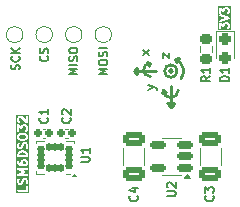
<source format=gbr>
%TF.GenerationSoftware,KiCad,Pcbnew,9.0.0*%
%TF.CreationDate,2025-05-22T16:18:29+04:00*%
%TF.ProjectId,02_01_sensor_IMU,30325f30-315f-4736-956e-736f725f494d,rev?*%
%TF.SameCoordinates,Original*%
%TF.FileFunction,Legend,Top*%
%TF.FilePolarity,Positive*%
%FSLAX46Y46*%
G04 Gerber Fmt 4.6, Leading zero omitted, Abs format (unit mm)*
G04 Created by KiCad (PCBNEW 9.0.0) date 2025-05-22 16:18:29*
%MOMM*%
%LPD*%
G01*
G04 APERTURE LIST*
G04 Aperture macros list*
%AMRoundRect*
0 Rectangle with rounded corners*
0 $1 Rounding radius*
0 $2 $3 $4 $5 $6 $7 $8 $9 X,Y pos of 4 corners*
0 Add a 4 corners polygon primitive as box body*
4,1,4,$2,$3,$4,$5,$6,$7,$8,$9,$2,$3,0*
0 Add four circle primitives for the rounded corners*
1,1,$1+$1,$2,$3*
1,1,$1+$1,$4,$5*
1,1,$1+$1,$6,$7*
1,1,$1+$1,$8,$9*
0 Add four rect primitives between the rounded corners*
20,1,$1+$1,$2,$3,$4,$5,0*
20,1,$1+$1,$4,$5,$6,$7,0*
20,1,$1+$1,$6,$7,$8,$9,0*
20,1,$1+$1,$8,$9,$2,$3,0*%
G04 Aperture macros list end*
%ADD10C,0.254000*%
%ADD11C,0.175000*%
%ADD12C,0.190500*%
%ADD13C,0.150000*%
%ADD14C,0.120000*%
%ADD15C,0.000000*%
%ADD16RoundRect,0.101600X0.175000X0.725000X-0.175000X0.725000X-0.175000X-0.725000X0.175000X-0.725000X0*%
%ADD17C,0.657200*%
%ADD18C,1.100000*%
%ADD19RoundRect,0.271739X0.678261X-0.353261X0.678261X0.353261X-0.678261X0.353261X-0.678261X-0.353261X0*%
%ADD20RoundRect,0.225000X-0.300000X0.225000X-0.300000X-0.225000X0.300000X-0.225000X0.300000X0.225000X0*%
%ADD21RoundRect,0.165000X0.165000X0.195000X-0.165000X0.195000X-0.165000X-0.195000X0.165000X-0.195000X0*%
%ADD22RoundRect,0.165000X-0.165000X-0.195000X0.165000X-0.195000X0.165000X0.195000X-0.165000X0.195000X0*%
%ADD23RoundRect,0.243750X-0.281250X0.243750X-0.281250X-0.243750X0.281250X-0.243750X0.281250X0.243750X0*%
%ADD24RoundRect,0.112500X0.250000X0.112500X-0.250000X0.112500X-0.250000X-0.112500X0.250000X-0.112500X0*%
%ADD25RoundRect,0.112500X0.112500X0.250000X-0.112500X0.250000X-0.112500X-0.250000X0.112500X-0.250000X0*%
%ADD26RoundRect,0.175000X0.537500X0.175000X-0.537500X0.175000X-0.537500X-0.175000X0.537500X-0.175000X0*%
G04 APERTURE END LIST*
D10*
X153851288Y-99501145D02*
G75*
G02*
X152581288Y-99501145I-635000J0D01*
G01*
X150082563Y-97840620D02*
X150336563Y-97586620D01*
X152809888Y-99628145D02*
X152454288Y-99755145D01*
X151479563Y-97205620D02*
X151352563Y-97459620D01*
X152581288Y-99501145D02*
X152809888Y-99628145D01*
X150082563Y-97840620D02*
X150336563Y-98094620D01*
X153346463Y-97888245D02*
G75*
G02*
X153092463Y-97888245I-127000J0D01*
G01*
X153092463Y-97888245D02*
G75*
G02*
X153346463Y-97888245I127000J0D01*
G01*
X153543313Y-96843670D02*
X153876688Y-96796045D01*
X151479563Y-98348620D02*
G75*
G02*
X151479563Y-97205580I37J571520D01*
G01*
X151479563Y-97205620D02*
X151225563Y-97078620D01*
X153673488Y-96923045D02*
G75*
G02*
X154079889Y-98535946I-473488J-976955D01*
G01*
X153543313Y-96843670D02*
X153670313Y-97151645D01*
X153216288Y-100898145D02*
X152962288Y-100644145D01*
X153216288Y-100898145D02*
X153470288Y-100644145D01*
X153752863Y-97888245D02*
G75*
G02*
X152686063Y-97888245I-533400J0D01*
G01*
X152686063Y-97888245D02*
G75*
G02*
X153752863Y-97888245I533400J0D01*
G01*
X153670313Y-97151645D02*
X153876688Y-96796045D01*
X153216288Y-100898145D02*
X153216288Y-99120145D01*
X150336563Y-97586620D02*
X150336563Y-98094620D01*
X151225563Y-97078620D02*
X151352563Y-97459620D01*
X153495688Y-100618745D02*
X152936888Y-100618745D01*
X152581288Y-99501145D02*
X152454288Y-99755145D01*
X150082563Y-97840620D02*
X151987563Y-97840620D01*
D11*
X158137864Y-98753571D02*
X157387864Y-98753571D01*
X157387864Y-98753571D02*
X157387864Y-98575000D01*
X157387864Y-98575000D02*
X157423578Y-98467857D01*
X157423578Y-98467857D02*
X157495007Y-98396428D01*
X157495007Y-98396428D02*
X157566435Y-98360714D01*
X157566435Y-98360714D02*
X157709292Y-98325000D01*
X157709292Y-98325000D02*
X157816435Y-98325000D01*
X157816435Y-98325000D02*
X157959292Y-98360714D01*
X157959292Y-98360714D02*
X158030721Y-98396428D01*
X158030721Y-98396428D02*
X158102150Y-98467857D01*
X158102150Y-98467857D02*
X158137864Y-98575000D01*
X158137864Y-98575000D02*
X158137864Y-98753571D01*
X158137864Y-97610714D02*
X158137864Y-98039285D01*
X158137864Y-97825000D02*
X157387864Y-97825000D01*
X157387864Y-97825000D02*
X157495007Y-97896428D01*
X157495007Y-97896428D02*
X157566435Y-97967857D01*
X157566435Y-97967857D02*
X157602150Y-98039285D01*
D12*
X151258855Y-99460386D02*
X151792189Y-99269910D01*
X151258855Y-99079433D02*
X151792189Y-99269910D01*
X151792189Y-99269910D02*
X151982665Y-99346100D01*
X151982665Y-99346100D02*
X152020760Y-99384195D01*
X152020760Y-99384195D02*
X152058855Y-99460386D01*
D11*
G36*
X140914602Y-105543339D02*
G01*
X140930239Y-105558976D01*
X140950364Y-105599226D01*
X140950364Y-105700771D01*
X140930237Y-105741025D01*
X140914602Y-105756659D01*
X140874352Y-105776785D01*
X140737090Y-105776785D01*
X140696839Y-105756659D01*
X140681204Y-105741025D01*
X140661078Y-105700771D01*
X140661078Y-105599226D01*
X140681203Y-105558976D01*
X140696840Y-105543339D01*
X140737090Y-105523214D01*
X140874352Y-105523214D01*
X140914602Y-105543339D01*
G37*
G36*
X140828751Y-104803986D02*
G01*
X140878890Y-104829055D01*
X140925671Y-104875836D01*
X140950364Y-104949913D01*
X140950364Y-105026785D01*
X140375364Y-105026785D01*
X140375364Y-104949913D01*
X140400055Y-104875837D01*
X140446840Y-104829053D01*
X140496971Y-104803987D01*
X140620062Y-104773214D01*
X140705661Y-104773214D01*
X140828751Y-104803986D01*
G37*
G36*
X140885986Y-103300436D02*
G01*
X140930236Y-103344686D01*
X140950364Y-103384941D01*
X140950364Y-103486485D01*
X140930236Y-103526740D01*
X140885988Y-103570988D01*
X140777090Y-103598213D01*
X140548634Y-103598213D01*
X140439739Y-103570988D01*
X140395492Y-103526741D01*
X140375364Y-103486485D01*
X140375364Y-103384941D01*
X140395492Y-103344685D01*
X140439740Y-103300436D01*
X140548634Y-103273213D01*
X140777094Y-103273213D01*
X140885986Y-103300436D01*
G37*
G36*
X141212864Y-108182143D02*
G01*
X140112864Y-108182143D01*
X140112864Y-107990073D01*
X140202045Y-107990073D01*
X140202045Y-108024213D01*
X140215110Y-108055755D01*
X140239252Y-108079897D01*
X140270794Y-108092962D01*
X140287864Y-108094643D01*
X141037864Y-108094643D01*
X141054934Y-108092962D01*
X141086476Y-108079897D01*
X141110618Y-108055755D01*
X141123683Y-108024213D01*
X141125364Y-108007143D01*
X141125364Y-107650000D01*
X141123683Y-107632930D01*
X141110618Y-107601388D01*
X141086476Y-107577246D01*
X141054934Y-107564181D01*
X141020794Y-107564181D01*
X140989252Y-107577246D01*
X140965110Y-107601388D01*
X140952045Y-107632930D01*
X140950364Y-107650000D01*
X140950364Y-107919643D01*
X140287864Y-107919643D01*
X140270794Y-107921324D01*
X140239252Y-107934389D01*
X140215110Y-107958531D01*
X140202045Y-107990073D01*
X140112864Y-107990073D01*
X140112864Y-107114286D01*
X140200364Y-107114286D01*
X140200364Y-107292857D01*
X140202045Y-107309927D01*
X140203248Y-107312831D01*
X140203471Y-107315968D01*
X140209601Y-107331988D01*
X140245315Y-107403417D01*
X140249938Y-107410762D01*
X140250824Y-107412899D01*
X140252798Y-107415304D01*
X140254453Y-107417933D01*
X140256196Y-107419445D01*
X140261706Y-107426158D01*
X140297420Y-107461872D01*
X140304130Y-107467379D01*
X140305645Y-107469125D01*
X140308277Y-107470782D01*
X140310679Y-107472753D01*
X140312811Y-107473636D01*
X140320161Y-107478263D01*
X140391590Y-107513977D01*
X140407610Y-107520107D01*
X140410746Y-107520329D01*
X140413651Y-107521533D01*
X140430721Y-107523214D01*
X140502150Y-107523214D01*
X140519220Y-107521533D01*
X140522124Y-107520329D01*
X140525262Y-107520107D01*
X140541281Y-107513976D01*
X140612709Y-107478262D01*
X140620052Y-107473639D01*
X140622191Y-107472754D01*
X140624597Y-107470778D01*
X140627225Y-107469125D01*
X140628737Y-107467381D01*
X140635450Y-107461872D01*
X140671164Y-107426158D01*
X140676668Y-107419450D01*
X140678417Y-107417934D01*
X140680076Y-107415298D01*
X140682045Y-107412899D01*
X140682928Y-107410767D01*
X140687554Y-107403418D01*
X140723269Y-107331989D01*
X140723747Y-107330739D01*
X140724124Y-107330231D01*
X140726685Y-107323062D01*
X140729400Y-107315969D01*
X140729444Y-107315339D01*
X140729895Y-107314079D01*
X140763280Y-107180536D01*
X140788346Y-107130405D01*
X140803983Y-107114768D01*
X140844233Y-107094643D01*
X140874352Y-107094643D01*
X140914602Y-107114768D01*
X140930239Y-107130405D01*
X140950364Y-107170655D01*
X140950364Y-107314372D01*
X140919140Y-107408044D01*
X140915337Y-107424770D01*
X140917757Y-107458825D01*
X140933026Y-107489362D01*
X140958818Y-107511731D01*
X140991206Y-107522527D01*
X141025261Y-107520107D01*
X141055798Y-107504838D01*
X141078167Y-107479046D01*
X141085160Y-107463384D01*
X141120874Y-107356242D01*
X141122798Y-107347776D01*
X141123683Y-107345642D01*
X141123987Y-107342547D01*
X141124677Y-107339516D01*
X141124513Y-107337211D01*
X141125364Y-107328572D01*
X141125364Y-107150000D01*
X141123683Y-107132930D01*
X141122479Y-107130025D01*
X141122257Y-107126889D01*
X141116126Y-107110869D01*
X141080412Y-107039441D01*
X141075789Y-107032097D01*
X141074904Y-107029959D01*
X141072928Y-107027552D01*
X141071275Y-107024925D01*
X141069531Y-107023412D01*
X141064022Y-107016700D01*
X141028307Y-106980985D01*
X141021594Y-106975475D01*
X141020082Y-106973732D01*
X141017454Y-106972078D01*
X141015048Y-106970103D01*
X141012909Y-106969217D01*
X141005566Y-106964595D01*
X140934138Y-106928881D01*
X140918119Y-106922750D01*
X140914981Y-106922527D01*
X140912077Y-106921324D01*
X140895007Y-106919643D01*
X140823578Y-106919643D01*
X140806508Y-106921324D01*
X140803603Y-106922527D01*
X140800467Y-106922750D01*
X140784447Y-106928881D01*
X140713019Y-106964595D01*
X140705675Y-106969217D01*
X140703537Y-106970103D01*
X140701130Y-106972078D01*
X140698503Y-106973732D01*
X140696990Y-106975475D01*
X140690278Y-106980985D01*
X140654563Y-107016700D01*
X140649053Y-107023412D01*
X140647310Y-107024925D01*
X140645656Y-107027552D01*
X140643681Y-107029959D01*
X140642795Y-107032097D01*
X140638173Y-107039441D01*
X140602459Y-107110869D01*
X140601982Y-107112114D01*
X140601604Y-107112625D01*
X140599043Y-107119791D01*
X140596328Y-107126888D01*
X140596283Y-107127520D01*
X140595834Y-107128778D01*
X140562447Y-107262320D01*
X140537380Y-107312453D01*
X140521745Y-107328089D01*
X140481495Y-107348214D01*
X140451378Y-107348214D01*
X140411122Y-107328086D01*
X140395491Y-107312455D01*
X140375364Y-107272200D01*
X140375364Y-107128485D01*
X140406588Y-107034812D01*
X140410391Y-107018087D01*
X140407971Y-106984032D01*
X140392702Y-106953494D01*
X140366910Y-106931125D01*
X140334522Y-106920329D01*
X140300467Y-106922750D01*
X140269930Y-106938018D01*
X140247561Y-106963810D01*
X140240568Y-106979473D01*
X140204854Y-107086616D01*
X140202929Y-107095081D01*
X140202045Y-107097216D01*
X140201740Y-107100310D01*
X140201051Y-107103342D01*
X140201214Y-107105646D01*
X140200364Y-107114286D01*
X140112864Y-107114286D01*
X140112864Y-106198999D01*
X140201378Y-106198999D01*
X140202045Y-106200833D01*
X140202045Y-106202784D01*
X140207856Y-106216814D01*
X140213046Y-106231085D01*
X140214363Y-106232523D01*
X140215110Y-106234326D01*
X140225847Y-106245063D01*
X140236104Y-106256263D01*
X140238417Y-106257633D01*
X140239252Y-106258468D01*
X140241162Y-106259259D01*
X140250862Y-106265005D01*
X140616666Y-106435714D01*
X140250862Y-106606423D01*
X140241162Y-106612168D01*
X140239252Y-106612960D01*
X140238417Y-106613794D01*
X140236104Y-106615165D01*
X140225847Y-106626364D01*
X140215110Y-106637102D01*
X140214363Y-106638904D01*
X140213046Y-106640343D01*
X140207856Y-106654613D01*
X140202045Y-106668644D01*
X140202045Y-106670594D01*
X140201378Y-106672429D01*
X140202045Y-106687595D01*
X140202045Y-106702784D01*
X140202792Y-106704588D01*
X140202878Y-106706537D01*
X140209297Y-106720293D01*
X140215110Y-106734326D01*
X140216489Y-106735705D01*
X140217315Y-106737474D01*
X140228514Y-106747730D01*
X140239252Y-106758468D01*
X140241054Y-106759214D01*
X140242493Y-106760532D01*
X140256763Y-106765721D01*
X140270794Y-106771533D01*
X140273469Y-106771796D01*
X140274579Y-106772200D01*
X140276644Y-106772109D01*
X140287864Y-106773214D01*
X141037864Y-106773214D01*
X141054934Y-106771533D01*
X141086476Y-106758468D01*
X141110618Y-106734326D01*
X141123683Y-106702784D01*
X141123683Y-106668644D01*
X141110618Y-106637102D01*
X141086476Y-106612960D01*
X141054934Y-106599895D01*
X141037864Y-106598214D01*
X140682275Y-106598214D01*
X140860580Y-106515005D01*
X140866830Y-106511302D01*
X140868949Y-106510532D01*
X140870446Y-106509160D01*
X140875338Y-106506263D01*
X140884319Y-106496455D01*
X140894127Y-106487474D01*
X140895770Y-106483951D01*
X140898396Y-106481085D01*
X140902939Y-106468589D01*
X140908564Y-106456537D01*
X140908734Y-106452651D01*
X140910063Y-106448999D01*
X140909479Y-106435714D01*
X140910063Y-106422429D01*
X140908734Y-106418776D01*
X140908564Y-106414891D01*
X140902939Y-106402838D01*
X140898396Y-106390343D01*
X140895770Y-106387476D01*
X140894127Y-106383954D01*
X140884319Y-106374972D01*
X140875338Y-106365165D01*
X140870446Y-106362267D01*
X140868949Y-106360896D01*
X140866830Y-106360125D01*
X140860580Y-106356423D01*
X140682275Y-106273214D01*
X141037864Y-106273214D01*
X141054934Y-106271533D01*
X141086476Y-106258468D01*
X141110618Y-106234326D01*
X141123683Y-106202784D01*
X141123683Y-106168644D01*
X141110618Y-106137102D01*
X141086476Y-106112960D01*
X141054934Y-106099895D01*
X141037864Y-106098214D01*
X140287864Y-106098214D01*
X140276644Y-106099318D01*
X140274579Y-106099228D01*
X140273469Y-106099631D01*
X140270794Y-106099895D01*
X140256763Y-106105706D01*
X140242493Y-106110896D01*
X140241054Y-106112213D01*
X140239252Y-106112960D01*
X140228514Y-106123697D01*
X140217315Y-106133954D01*
X140216489Y-106135722D01*
X140215110Y-106137102D01*
X140209297Y-106151134D01*
X140202878Y-106164891D01*
X140202792Y-106166839D01*
X140202045Y-106168644D01*
X140202045Y-106183832D01*
X140201378Y-106198999D01*
X140112864Y-106198999D01*
X140112864Y-105507143D01*
X140200364Y-105507143D01*
X140200364Y-105650000D01*
X140202045Y-105667070D01*
X140203248Y-105669974D01*
X140203471Y-105673112D01*
X140209602Y-105689131D01*
X140245316Y-105760559D01*
X140249939Y-105767903D01*
X140250824Y-105770040D01*
X140252797Y-105772444D01*
X140254453Y-105775075D01*
X140256198Y-105776588D01*
X140261705Y-105783299D01*
X140297419Y-105819014D01*
X140297467Y-105819053D01*
X140297485Y-105819080D01*
X140303880Y-105824317D01*
X140310678Y-105829896D01*
X140310707Y-105829908D01*
X140310756Y-105829948D01*
X140417899Y-105901375D01*
X140427321Y-105906398D01*
X140429061Y-105907688D01*
X140431115Y-105908422D01*
X140433034Y-105909445D01*
X140435150Y-105909863D01*
X140445213Y-105913459D01*
X140588071Y-105949173D01*
X140591031Y-105949610D01*
X140592222Y-105950104D01*
X140598644Y-105950736D01*
X140605039Y-105951682D01*
X140606316Y-105951491D01*
X140609292Y-105951785D01*
X140895007Y-105951785D01*
X140912077Y-105950104D01*
X140914981Y-105948900D01*
X140918119Y-105948678D01*
X140934138Y-105942547D01*
X141005566Y-105906833D01*
X141012910Y-105902209D01*
X141015047Y-105901325D01*
X141017451Y-105899351D01*
X141020082Y-105897696D01*
X141021595Y-105895950D01*
X141028306Y-105890444D01*
X141064021Y-105854730D01*
X141069530Y-105848017D01*
X141071275Y-105846504D01*
X141072930Y-105843874D01*
X141074903Y-105841471D01*
X141075787Y-105839335D01*
X141080413Y-105831988D01*
X141116127Y-105760559D01*
X141122257Y-105744539D01*
X141122479Y-105741402D01*
X141123683Y-105738498D01*
X141125364Y-105721428D01*
X141125364Y-105578571D01*
X141123683Y-105561501D01*
X141122479Y-105558596D01*
X141122257Y-105555460D01*
X141116126Y-105539440D01*
X141080412Y-105468012D01*
X141075789Y-105460668D01*
X141074904Y-105458530D01*
X141072928Y-105456123D01*
X141071275Y-105453496D01*
X141069531Y-105451983D01*
X141064022Y-105445271D01*
X141028307Y-105409556D01*
X141021594Y-105404046D01*
X141020082Y-105402303D01*
X141017454Y-105400649D01*
X141015048Y-105398674D01*
X141012909Y-105397788D01*
X141005566Y-105393166D01*
X140934138Y-105357452D01*
X140918119Y-105351321D01*
X140914981Y-105351098D01*
X140912077Y-105349895D01*
X140895007Y-105348214D01*
X140716435Y-105348214D01*
X140699365Y-105349895D01*
X140696460Y-105351098D01*
X140693324Y-105351321D01*
X140677304Y-105357452D01*
X140605876Y-105393166D01*
X140598532Y-105397788D01*
X140596394Y-105398674D01*
X140593987Y-105400649D01*
X140591360Y-105402303D01*
X140589847Y-105404046D01*
X140583135Y-105409556D01*
X140547420Y-105445271D01*
X140541910Y-105451983D01*
X140540167Y-105453496D01*
X140538513Y-105456123D01*
X140536538Y-105458530D01*
X140535652Y-105460668D01*
X140531030Y-105468012D01*
X140495316Y-105539440D01*
X140489185Y-105555459D01*
X140488962Y-105558596D01*
X140487759Y-105561501D01*
X140486078Y-105578571D01*
X140486078Y-105721428D01*
X140487666Y-105737563D01*
X140415037Y-105689144D01*
X140395489Y-105669595D01*
X140375364Y-105629345D01*
X140375364Y-105507143D01*
X140373683Y-105490073D01*
X140360618Y-105458531D01*
X140336476Y-105434389D01*
X140304934Y-105421324D01*
X140270794Y-105421324D01*
X140239252Y-105434389D01*
X140215110Y-105458531D01*
X140202045Y-105490073D01*
X140200364Y-105507143D01*
X140112864Y-105507143D01*
X140112864Y-104935714D01*
X140200364Y-104935714D01*
X140200364Y-105114285D01*
X140202045Y-105131355D01*
X140215110Y-105162897D01*
X140239252Y-105187039D01*
X140270794Y-105200104D01*
X140287864Y-105201785D01*
X141037864Y-105201785D01*
X141054934Y-105200104D01*
X141086476Y-105187039D01*
X141110618Y-105162897D01*
X141123683Y-105131355D01*
X141125364Y-105114285D01*
X141125364Y-104935714D01*
X141124513Y-104927074D01*
X141124677Y-104924770D01*
X141123987Y-104921738D01*
X141123683Y-104918644D01*
X141122798Y-104916508D01*
X141120874Y-104908045D01*
X141085160Y-104800901D01*
X141078167Y-104785239D01*
X141076108Y-104782865D01*
X141074904Y-104779958D01*
X141064022Y-104766699D01*
X140992593Y-104695270D01*
X140985880Y-104689760D01*
X140984368Y-104688017D01*
X140981739Y-104686362D01*
X140979334Y-104684388D01*
X140977197Y-104683502D01*
X140969852Y-104678879D01*
X140898423Y-104643165D01*
X140897175Y-104642687D01*
X140896667Y-104642311D01*
X140889509Y-104639754D01*
X140882403Y-104637035D01*
X140881771Y-104636990D01*
X140880514Y-104636541D01*
X140737657Y-104600826D01*
X140734695Y-104600388D01*
X140733505Y-104599895D01*
X140727085Y-104599262D01*
X140720689Y-104598317D01*
X140719411Y-104598507D01*
X140716435Y-104598214D01*
X140609292Y-104598214D01*
X140606316Y-104598507D01*
X140605039Y-104598317D01*
X140598644Y-104599262D01*
X140592222Y-104599895D01*
X140591031Y-104600388D01*
X140588071Y-104600826D01*
X140445213Y-104636540D01*
X140443952Y-104636990D01*
X140443324Y-104637035D01*
X140436244Y-104639744D01*
X140429061Y-104642311D01*
X140428551Y-104642688D01*
X140427304Y-104643166D01*
X140355876Y-104678880D01*
X140348532Y-104683502D01*
X140346394Y-104684388D01*
X140343987Y-104686363D01*
X140341360Y-104688017D01*
X140339847Y-104689760D01*
X140333135Y-104695270D01*
X140261706Y-104766699D01*
X140250824Y-104779958D01*
X140249620Y-104782863D01*
X140247561Y-104785238D01*
X140240568Y-104800901D01*
X140204854Y-104908044D01*
X140202929Y-104916509D01*
X140202045Y-104918644D01*
X140201740Y-104921738D01*
X140201051Y-104924770D01*
X140201214Y-104927074D01*
X140200364Y-104935714D01*
X140112864Y-104935714D01*
X140112864Y-104078571D01*
X140200364Y-104078571D01*
X140200364Y-104257142D01*
X140202045Y-104274212D01*
X140203248Y-104277116D01*
X140203471Y-104280253D01*
X140209601Y-104296273D01*
X140245315Y-104367702D01*
X140249938Y-104375047D01*
X140250824Y-104377184D01*
X140252798Y-104379589D01*
X140254453Y-104382218D01*
X140256196Y-104383730D01*
X140261706Y-104390443D01*
X140297420Y-104426157D01*
X140304130Y-104431664D01*
X140305645Y-104433410D01*
X140308277Y-104435067D01*
X140310679Y-104437038D01*
X140312811Y-104437921D01*
X140320161Y-104442548D01*
X140391590Y-104478262D01*
X140407610Y-104484392D01*
X140410746Y-104484614D01*
X140413651Y-104485818D01*
X140430721Y-104487499D01*
X140502150Y-104487499D01*
X140519220Y-104485818D01*
X140522124Y-104484614D01*
X140525262Y-104484392D01*
X140541281Y-104478261D01*
X140612709Y-104442547D01*
X140620052Y-104437924D01*
X140622191Y-104437039D01*
X140624597Y-104435063D01*
X140627225Y-104433410D01*
X140628737Y-104431666D01*
X140635450Y-104426157D01*
X140671164Y-104390443D01*
X140676668Y-104383735D01*
X140678417Y-104382219D01*
X140680076Y-104379583D01*
X140682045Y-104377184D01*
X140682928Y-104375052D01*
X140687554Y-104367703D01*
X140723269Y-104296274D01*
X140723747Y-104295024D01*
X140724124Y-104294516D01*
X140726685Y-104287347D01*
X140729400Y-104280254D01*
X140729444Y-104279624D01*
X140729895Y-104278364D01*
X140763280Y-104144821D01*
X140788346Y-104094690D01*
X140803983Y-104079053D01*
X140844233Y-104058928D01*
X140874352Y-104058928D01*
X140914602Y-104079053D01*
X140930239Y-104094690D01*
X140950364Y-104134940D01*
X140950364Y-104278657D01*
X140919140Y-104372329D01*
X140915337Y-104389055D01*
X140917757Y-104423110D01*
X140933026Y-104453647D01*
X140958818Y-104476016D01*
X140991206Y-104486812D01*
X141025261Y-104484392D01*
X141055798Y-104469123D01*
X141078167Y-104443331D01*
X141085160Y-104427669D01*
X141120874Y-104320527D01*
X141122798Y-104312061D01*
X141123683Y-104309927D01*
X141123987Y-104306832D01*
X141124677Y-104303801D01*
X141124513Y-104301496D01*
X141125364Y-104292857D01*
X141125364Y-104114285D01*
X141123683Y-104097215D01*
X141122479Y-104094310D01*
X141122257Y-104091174D01*
X141116126Y-104075154D01*
X141080412Y-104003726D01*
X141075789Y-103996382D01*
X141074904Y-103994244D01*
X141072928Y-103991837D01*
X141071275Y-103989210D01*
X141069531Y-103987697D01*
X141064022Y-103980985D01*
X141028307Y-103945270D01*
X141021594Y-103939760D01*
X141020082Y-103938017D01*
X141017454Y-103936363D01*
X141015048Y-103934388D01*
X141012909Y-103933502D01*
X141005566Y-103928880D01*
X140934138Y-103893166D01*
X140918119Y-103887035D01*
X140914981Y-103886812D01*
X140912077Y-103885609D01*
X140895007Y-103883928D01*
X140823578Y-103883928D01*
X140806508Y-103885609D01*
X140803603Y-103886812D01*
X140800467Y-103887035D01*
X140784447Y-103893166D01*
X140713019Y-103928880D01*
X140705675Y-103933502D01*
X140703537Y-103934388D01*
X140701130Y-103936363D01*
X140698503Y-103938017D01*
X140696990Y-103939760D01*
X140690278Y-103945270D01*
X140654563Y-103980985D01*
X140649053Y-103987697D01*
X140647310Y-103989210D01*
X140645656Y-103991837D01*
X140643681Y-103994244D01*
X140642795Y-103996382D01*
X140638173Y-104003726D01*
X140602459Y-104075154D01*
X140601982Y-104076399D01*
X140601604Y-104076910D01*
X140599043Y-104084076D01*
X140596328Y-104091173D01*
X140596283Y-104091805D01*
X140595834Y-104093063D01*
X140562447Y-104226605D01*
X140537380Y-104276738D01*
X140521745Y-104292374D01*
X140481495Y-104312499D01*
X140451378Y-104312499D01*
X140411122Y-104292371D01*
X140395491Y-104276740D01*
X140375364Y-104236485D01*
X140375364Y-104092770D01*
X140406588Y-103999097D01*
X140410391Y-103982372D01*
X140407971Y-103948317D01*
X140392702Y-103917779D01*
X140366910Y-103895410D01*
X140334522Y-103884614D01*
X140300467Y-103887035D01*
X140269930Y-103902303D01*
X140247561Y-103928095D01*
X140240568Y-103943758D01*
X140204854Y-104050901D01*
X140202929Y-104059366D01*
X140202045Y-104061501D01*
X140201740Y-104064595D01*
X140201051Y-104067627D01*
X140201214Y-104069931D01*
X140200364Y-104078571D01*
X140112864Y-104078571D01*
X140112864Y-103364285D01*
X140200364Y-103364285D01*
X140200364Y-103507142D01*
X140202045Y-103524212D01*
X140203248Y-103527116D01*
X140203471Y-103530253D01*
X140209601Y-103546273D01*
X140245315Y-103617702D01*
X140249941Y-103625051D01*
X140250825Y-103627184D01*
X140252795Y-103629584D01*
X140254453Y-103632218D01*
X140256200Y-103633733D01*
X140261707Y-103640443D01*
X140333135Y-103711871D01*
X140346395Y-103722753D01*
X140352404Y-103725242D01*
X140357633Y-103729116D01*
X140373785Y-103734887D01*
X140516643Y-103770601D01*
X140519603Y-103771038D01*
X140520794Y-103771532D01*
X140527216Y-103772164D01*
X140533611Y-103773110D01*
X140534888Y-103772919D01*
X140537864Y-103773213D01*
X140787864Y-103773213D01*
X140790840Y-103772919D01*
X140792118Y-103773110D01*
X140798514Y-103772164D01*
X140804934Y-103771532D01*
X140806124Y-103771038D01*
X140809086Y-103770601D01*
X140951943Y-103734886D01*
X140968096Y-103729116D01*
X140973325Y-103725241D01*
X140979333Y-103722753D01*
X140992592Y-103711871D01*
X141064021Y-103640443D01*
X141069529Y-103633732D01*
X141071275Y-103632218D01*
X141072930Y-103629588D01*
X141074903Y-103627185D01*
X141075787Y-103625050D01*
X141080413Y-103617702D01*
X141116127Y-103546273D01*
X141122257Y-103530253D01*
X141122479Y-103527116D01*
X141123683Y-103524212D01*
X141125364Y-103507142D01*
X141125364Y-103364285D01*
X141123683Y-103347215D01*
X141122479Y-103344310D01*
X141122257Y-103341174D01*
X141116127Y-103325154D01*
X141080413Y-103253725D01*
X141075787Y-103246376D01*
X141074903Y-103244242D01*
X141072930Y-103241838D01*
X141071275Y-103239209D01*
X141069529Y-103237694D01*
X141064021Y-103230984D01*
X140992592Y-103159556D01*
X140979333Y-103148674D01*
X140973321Y-103146184D01*
X140968096Y-103142312D01*
X140951943Y-103136541D01*
X140809086Y-103100826D01*
X140806127Y-103100388D01*
X140804934Y-103099894D01*
X140798506Y-103099261D01*
X140792118Y-103098316D01*
X140790840Y-103098506D01*
X140787864Y-103098213D01*
X140537864Y-103098213D01*
X140534887Y-103098506D01*
X140533610Y-103098316D01*
X140527221Y-103099261D01*
X140520794Y-103099894D01*
X140519600Y-103100388D01*
X140516642Y-103100826D01*
X140373785Y-103136541D01*
X140357632Y-103142312D01*
X140352406Y-103146184D01*
X140346395Y-103148674D01*
X140333135Y-103159556D01*
X140261707Y-103230984D01*
X140256200Y-103237693D01*
X140254453Y-103239209D01*
X140252795Y-103241842D01*
X140250825Y-103244243D01*
X140249941Y-103246375D01*
X140245315Y-103253725D01*
X140209601Y-103325154D01*
X140203471Y-103341174D01*
X140203248Y-103344310D01*
X140202045Y-103347215D01*
X140200364Y-103364285D01*
X140112864Y-103364285D01*
X140112864Y-102471428D01*
X140200364Y-102471428D01*
X140200364Y-102935714D01*
X140202045Y-102952784D01*
X140215110Y-102984326D01*
X140239252Y-103008468D01*
X140270794Y-103021533D01*
X140304934Y-103021533D01*
X140336476Y-103008468D01*
X140360618Y-102984326D01*
X140373683Y-102952784D01*
X140375364Y-102935714D01*
X140375364Y-102664257D01*
X140515959Y-102787279D01*
X140523338Y-102792554D01*
X140524966Y-102794182D01*
X140526508Y-102794821D01*
X140529912Y-102797254D01*
X140543376Y-102801807D01*
X140556508Y-102807247D01*
X140559459Y-102807247D01*
X140562253Y-102808192D01*
X140576429Y-102807247D01*
X140590648Y-102807247D01*
X140593375Y-102806117D01*
X140596320Y-102805921D01*
X140609061Y-102799619D01*
X140622190Y-102794182D01*
X140624275Y-102792096D01*
X140626923Y-102790787D01*
X140636287Y-102780084D01*
X140646332Y-102770040D01*
X140647460Y-102767314D01*
X140649404Y-102765094D01*
X140653957Y-102751629D01*
X140659397Y-102738498D01*
X140659806Y-102734334D01*
X140660342Y-102732753D01*
X140660188Y-102730456D01*
X140661078Y-102721428D01*
X140661078Y-102634940D01*
X140681203Y-102594690D01*
X140696840Y-102579053D01*
X140737090Y-102558928D01*
X140874352Y-102558928D01*
X140914602Y-102579053D01*
X140930239Y-102594690D01*
X140950364Y-102634940D01*
X140950364Y-102807916D01*
X140930239Y-102848166D01*
X140904563Y-102873842D01*
X140893681Y-102887101D01*
X140880616Y-102918643D01*
X140880616Y-102952785D01*
X140893681Y-102984327D01*
X140917822Y-103008468D01*
X140949364Y-103021533D01*
X140983506Y-103021533D01*
X141015048Y-103008468D01*
X141028307Y-102997586D01*
X141064022Y-102961871D01*
X141069531Y-102955158D01*
X141071275Y-102953646D01*
X141072928Y-102951018D01*
X141074904Y-102948612D01*
X141075789Y-102946473D01*
X141080412Y-102939130D01*
X141116126Y-102867702D01*
X141122257Y-102851682D01*
X141122479Y-102848545D01*
X141123683Y-102845641D01*
X141125364Y-102828571D01*
X141125364Y-102614285D01*
X141123683Y-102597215D01*
X141122479Y-102594310D01*
X141122257Y-102591174D01*
X141116126Y-102575154D01*
X141080412Y-102503726D01*
X141075789Y-102496382D01*
X141074904Y-102494244D01*
X141072928Y-102491837D01*
X141071275Y-102489210D01*
X141069531Y-102487697D01*
X141064022Y-102480985D01*
X141028307Y-102445270D01*
X141021594Y-102439760D01*
X141020082Y-102438017D01*
X141017454Y-102436363D01*
X141015048Y-102434388D01*
X141012909Y-102433502D01*
X141005566Y-102428880D01*
X140934138Y-102393166D01*
X140918119Y-102387035D01*
X140914981Y-102386812D01*
X140912077Y-102385609D01*
X140895007Y-102383928D01*
X140716435Y-102383928D01*
X140699365Y-102385609D01*
X140696460Y-102386812D01*
X140693324Y-102387035D01*
X140677304Y-102393166D01*
X140605876Y-102428880D01*
X140598532Y-102433502D01*
X140596394Y-102434388D01*
X140593987Y-102436363D01*
X140591360Y-102438017D01*
X140589847Y-102439760D01*
X140583135Y-102445270D01*
X140547420Y-102480985D01*
X140541910Y-102487697D01*
X140540167Y-102489210D01*
X140538513Y-102491837D01*
X140536538Y-102494244D01*
X140535652Y-102496382D01*
X140531030Y-102503726D01*
X140508697Y-102548390D01*
X140345483Y-102405578D01*
X140338104Y-102400302D01*
X140336476Y-102398674D01*
X140334932Y-102398034D01*
X140331530Y-102395602D01*
X140318065Y-102391048D01*
X140304934Y-102385609D01*
X140301983Y-102385609D01*
X140299189Y-102384664D01*
X140285013Y-102385609D01*
X140270794Y-102385609D01*
X140268066Y-102386738D01*
X140265122Y-102386935D01*
X140252380Y-102393236D01*
X140239252Y-102398674D01*
X140237166Y-102400759D01*
X140234519Y-102402069D01*
X140225154Y-102412771D01*
X140215110Y-102422816D01*
X140213981Y-102425541D01*
X140212038Y-102427762D01*
X140207484Y-102441226D01*
X140202045Y-102454358D01*
X140201635Y-102458521D01*
X140201100Y-102460103D01*
X140201253Y-102462399D01*
X140200364Y-102471428D01*
X140112864Y-102471428D01*
X140112864Y-101899999D01*
X140200364Y-101899999D01*
X140200364Y-102078571D01*
X140202045Y-102095641D01*
X140203248Y-102098545D01*
X140203471Y-102101683D01*
X140209602Y-102117702D01*
X140245316Y-102189130D01*
X140249938Y-102196473D01*
X140250824Y-102198612D01*
X140252799Y-102201018D01*
X140254453Y-102203646D01*
X140256196Y-102205158D01*
X140261706Y-102211871D01*
X140297420Y-102247585D01*
X140310679Y-102258466D01*
X140342221Y-102271532D01*
X140376363Y-102271532D01*
X140407905Y-102258466D01*
X140432045Y-102234326D01*
X140445111Y-102202784D01*
X140445111Y-102168642D01*
X140432045Y-102137100D01*
X140421164Y-102123841D01*
X140395489Y-102098166D01*
X140375364Y-102057916D01*
X140375364Y-101920654D01*
X140395489Y-101880403D01*
X140411123Y-101864768D01*
X140451378Y-101844642D01*
X140487950Y-101844642D01*
X140562026Y-101869334D01*
X140975992Y-102283300D01*
X140989251Y-102294181D01*
X140989252Y-102294182D01*
X141020794Y-102307247D01*
X141054934Y-102307247D01*
X141086476Y-102294182D01*
X141110618Y-102270040D01*
X141123683Y-102238498D01*
X141125364Y-102221428D01*
X141125364Y-101757142D01*
X141123683Y-101740072D01*
X141110618Y-101708530D01*
X141086476Y-101684388D01*
X141054934Y-101671323D01*
X141020794Y-101671323D01*
X140989252Y-101684388D01*
X140965110Y-101708530D01*
X140952045Y-101740072D01*
X140950364Y-101757142D01*
X140950364Y-102010184D01*
X140671164Y-101730984D01*
X140657905Y-101720102D01*
X140654999Y-101718898D01*
X140652625Y-101716839D01*
X140636962Y-101709846D01*
X140529820Y-101674132D01*
X140521354Y-101672207D01*
X140519220Y-101671323D01*
X140516125Y-101671018D01*
X140513094Y-101670329D01*
X140510789Y-101670492D01*
X140502150Y-101669642D01*
X140430721Y-101669642D01*
X140413651Y-101671323D01*
X140410746Y-101672526D01*
X140407610Y-101672749D01*
X140391590Y-101678879D01*
X140320161Y-101714593D01*
X140312813Y-101719218D01*
X140310678Y-101720103D01*
X140308274Y-101722075D01*
X140305645Y-101723731D01*
X140304131Y-101725475D01*
X140297419Y-101730985D01*
X140261705Y-101766700D01*
X140256198Y-101773410D01*
X140254453Y-101774924D01*
X140252797Y-101777554D01*
X140250824Y-101779959D01*
X140249939Y-101782095D01*
X140245316Y-101789440D01*
X140209602Y-101860868D01*
X140203471Y-101876887D01*
X140203248Y-101880024D01*
X140202045Y-101882929D01*
X140200364Y-101899999D01*
X140112864Y-101899999D01*
X140112864Y-101582142D01*
X141212864Y-101582142D01*
X141212864Y-108182143D01*
G37*
D12*
X152558855Y-96760386D02*
X152558855Y-96341338D01*
X152558855Y-96341338D02*
X153092189Y-96760386D01*
X153092189Y-96760386D02*
X153092189Y-96341338D01*
D11*
G36*
X158289733Y-94439986D02*
G01*
X157239733Y-94439986D01*
X157239733Y-93833333D01*
X157327233Y-93833333D01*
X157327233Y-94266667D01*
X157328914Y-94283737D01*
X157341979Y-94315279D01*
X157366121Y-94339421D01*
X157397663Y-94352486D01*
X157431803Y-94352486D01*
X157463345Y-94339421D01*
X157487487Y-94315279D01*
X157500552Y-94283737D01*
X157502233Y-94266667D01*
X157502233Y-94026162D01*
X157623781Y-94132517D01*
X157631159Y-94137792D01*
X157632788Y-94139421D01*
X157634331Y-94140060D01*
X157637734Y-94142493D01*
X157651198Y-94147046D01*
X157664330Y-94152486D01*
X157667281Y-94152486D01*
X157670075Y-94153431D01*
X157684251Y-94152486D01*
X157698470Y-94152486D01*
X157701197Y-94151356D01*
X157704142Y-94151160D01*
X157716883Y-94144858D01*
X157730012Y-94139421D01*
X157732097Y-94137335D01*
X157734745Y-94136026D01*
X157744109Y-94125323D01*
X157754154Y-94115279D01*
X157755282Y-94112553D01*
X157757226Y-94110333D01*
X157761779Y-94096868D01*
X157767219Y-94083737D01*
X157767628Y-94079573D01*
X157768164Y-94077992D01*
X157768010Y-94075695D01*
X157768900Y-94066667D01*
X157768900Y-93987323D01*
X157786645Y-93951831D01*
X157799898Y-93938578D01*
X157835389Y-93920833D01*
X157960743Y-93920833D01*
X157996234Y-93938578D01*
X158009487Y-93951831D01*
X158027233Y-93987323D01*
X158027233Y-94146012D01*
X158009489Y-94181500D01*
X157986194Y-94204795D01*
X157975312Y-94218054D01*
X157962247Y-94249596D01*
X157962247Y-94283738D01*
X157975312Y-94315280D01*
X157999453Y-94339421D01*
X158030995Y-94352486D01*
X158065137Y-94352486D01*
X158096679Y-94339421D01*
X158109938Y-94328539D01*
X158143272Y-94295205D01*
X158148779Y-94288493D01*
X158150525Y-94286980D01*
X158152181Y-94284348D01*
X158154153Y-94281946D01*
X158155037Y-94279811D01*
X158159662Y-94272464D01*
X158192995Y-94205798D01*
X158199126Y-94189778D01*
X158199348Y-94186641D01*
X158200552Y-94183737D01*
X158202233Y-94166667D01*
X158202233Y-93966667D01*
X158200552Y-93949597D01*
X158199348Y-93946692D01*
X158199126Y-93943556D01*
X158192996Y-93927537D01*
X158159663Y-93860869D01*
X158155037Y-93853521D01*
X158154153Y-93851386D01*
X158152180Y-93848982D01*
X158150525Y-93846353D01*
X158148780Y-93844839D01*
X158143271Y-93838127D01*
X158109937Y-93804794D01*
X158103226Y-93799287D01*
X158101714Y-93797543D01*
X158099083Y-93795887D01*
X158096678Y-93793913D01*
X158094542Y-93793028D01*
X158087198Y-93788405D01*
X158020532Y-93755071D01*
X158004513Y-93748940D01*
X158001374Y-93748716D01*
X157998470Y-93747514D01*
X157981400Y-93745833D01*
X157814733Y-93745833D01*
X157797663Y-93747514D01*
X157794758Y-93748717D01*
X157791621Y-93748940D01*
X157775601Y-93755071D01*
X157708934Y-93788405D01*
X157701589Y-93793028D01*
X157699453Y-93793913D01*
X157697049Y-93795885D01*
X157694418Y-93797542D01*
X157692903Y-93799288D01*
X157686194Y-93804795D01*
X157652861Y-93838128D01*
X157647351Y-93844840D01*
X157645608Y-93846353D01*
X157643953Y-93848981D01*
X157641979Y-93851387D01*
X157641093Y-93853523D01*
X157636470Y-93860869D01*
X157619003Y-93895803D01*
X157472352Y-93767483D01*
X157464973Y-93762207D01*
X157463345Y-93760579D01*
X157461801Y-93759939D01*
X157458399Y-93757507D01*
X157444934Y-93752953D01*
X157431803Y-93747514D01*
X157428852Y-93747514D01*
X157426058Y-93746569D01*
X157411882Y-93747514D01*
X157397663Y-93747514D01*
X157394935Y-93748643D01*
X157391991Y-93748840D01*
X157379249Y-93755141D01*
X157366121Y-93760579D01*
X157364035Y-93762664D01*
X157361388Y-93763974D01*
X157352023Y-93774676D01*
X157341979Y-93784721D01*
X157340850Y-93787446D01*
X157338907Y-93789667D01*
X157334353Y-93803131D01*
X157328914Y-93816263D01*
X157328504Y-93820426D01*
X157327969Y-93822008D01*
X157328122Y-93824304D01*
X157327233Y-93833333D01*
X157239733Y-93833333D01*
X157239733Y-92566666D01*
X157327233Y-92566666D01*
X157327233Y-93000000D01*
X157328914Y-93017070D01*
X157341979Y-93048612D01*
X157366121Y-93072754D01*
X157390480Y-93082844D01*
X157361085Y-93097542D01*
X157338716Y-93123334D01*
X157327920Y-93155722D01*
X157330340Y-93189776D01*
X157345609Y-93220314D01*
X157371401Y-93242683D01*
X157387063Y-93249676D01*
X157838033Y-93399999D01*
X157387063Y-93550323D01*
X157371401Y-93557316D01*
X157345609Y-93579685D01*
X157330340Y-93610222D01*
X157327920Y-93644277D01*
X157338716Y-93676665D01*
X157361085Y-93702457D01*
X157391622Y-93717726D01*
X157425677Y-93720146D01*
X157442403Y-93716343D01*
X158142403Y-93483010D01*
X158158066Y-93476017D01*
X158162791Y-93471918D01*
X158168381Y-93469124D01*
X158175565Y-93460839D01*
X158183858Y-93453648D01*
X158186654Y-93448053D01*
X158190750Y-93443332D01*
X158194219Y-93432923D01*
X158199126Y-93423110D01*
X158199569Y-93416874D01*
X158201546Y-93410944D01*
X158200768Y-93400000D01*
X158201546Y-93389056D01*
X158199569Y-93383125D01*
X158199126Y-93376890D01*
X158194220Y-93367078D01*
X158190750Y-93356668D01*
X158186653Y-93351944D01*
X158183857Y-93346352D01*
X158175569Y-93339163D01*
X158168381Y-93330876D01*
X158162788Y-93328079D01*
X158158065Y-93323983D01*
X158142403Y-93316990D01*
X157442403Y-93083656D01*
X157438930Y-93082866D01*
X157463345Y-93072754D01*
X157487487Y-93048612D01*
X157500552Y-93017070D01*
X157502233Y-93000000D01*
X157502233Y-92759495D01*
X157623781Y-92865850D01*
X157631159Y-92871125D01*
X157632788Y-92872754D01*
X157634331Y-92873393D01*
X157637734Y-92875826D01*
X157651198Y-92880379D01*
X157664330Y-92885819D01*
X157667281Y-92885819D01*
X157670075Y-92886764D01*
X157684251Y-92885819D01*
X157698470Y-92885819D01*
X157701197Y-92884689D01*
X157704142Y-92884493D01*
X157716883Y-92878191D01*
X157730012Y-92872754D01*
X157732097Y-92870668D01*
X157734745Y-92869359D01*
X157744109Y-92858656D01*
X157754154Y-92848612D01*
X157755282Y-92845886D01*
X157757226Y-92843666D01*
X157761779Y-92830201D01*
X157767219Y-92817070D01*
X157767628Y-92812906D01*
X157768164Y-92811325D01*
X157768010Y-92809028D01*
X157768900Y-92800000D01*
X157768900Y-92720656D01*
X157786645Y-92685164D01*
X157799898Y-92671911D01*
X157835389Y-92654166D01*
X157960743Y-92654166D01*
X157996234Y-92671911D01*
X158009487Y-92685164D01*
X158027233Y-92720656D01*
X158027233Y-92879345D01*
X158009489Y-92914833D01*
X157986194Y-92938128D01*
X157975312Y-92951387D01*
X157962247Y-92982929D01*
X157962247Y-93017071D01*
X157975312Y-93048613D01*
X157999453Y-93072754D01*
X158030995Y-93085819D01*
X158065137Y-93085819D01*
X158096679Y-93072754D01*
X158109938Y-93061872D01*
X158143272Y-93028538D01*
X158148779Y-93021826D01*
X158150525Y-93020313D01*
X158152181Y-93017681D01*
X158154153Y-93015279D01*
X158155037Y-93013144D01*
X158159662Y-93005797D01*
X158192995Y-92939131D01*
X158199126Y-92923111D01*
X158199348Y-92919974D01*
X158200552Y-92917070D01*
X158202233Y-92900000D01*
X158202233Y-92700000D01*
X158200552Y-92682930D01*
X158199348Y-92680025D01*
X158199126Y-92676889D01*
X158192996Y-92660870D01*
X158159663Y-92594202D01*
X158155037Y-92586854D01*
X158154153Y-92584719D01*
X158152180Y-92582315D01*
X158150525Y-92579686D01*
X158148780Y-92578172D01*
X158143271Y-92571460D01*
X158109937Y-92538127D01*
X158103226Y-92532620D01*
X158101714Y-92530876D01*
X158099083Y-92529220D01*
X158096678Y-92527246D01*
X158094542Y-92526361D01*
X158087198Y-92521738D01*
X158020532Y-92488404D01*
X158004513Y-92482273D01*
X158001374Y-92482049D01*
X157998470Y-92480847D01*
X157981400Y-92479166D01*
X157814733Y-92479166D01*
X157797663Y-92480847D01*
X157794758Y-92482050D01*
X157791621Y-92482273D01*
X157775601Y-92488404D01*
X157708934Y-92521738D01*
X157701589Y-92526361D01*
X157699453Y-92527246D01*
X157697049Y-92529218D01*
X157694418Y-92530875D01*
X157692903Y-92532621D01*
X157686194Y-92538128D01*
X157652861Y-92571461D01*
X157647351Y-92578173D01*
X157645608Y-92579686D01*
X157643953Y-92582314D01*
X157641979Y-92584720D01*
X157641093Y-92586856D01*
X157636470Y-92594202D01*
X157619003Y-92629136D01*
X157472352Y-92500816D01*
X157464973Y-92495540D01*
X157463345Y-92493912D01*
X157461801Y-92493272D01*
X157458399Y-92490840D01*
X157444934Y-92486286D01*
X157431803Y-92480847D01*
X157428852Y-92480847D01*
X157426058Y-92479902D01*
X157411882Y-92480847D01*
X157397663Y-92480847D01*
X157394935Y-92481976D01*
X157391991Y-92482173D01*
X157379249Y-92488474D01*
X157366121Y-92493912D01*
X157364035Y-92495997D01*
X157361388Y-92497307D01*
X157352023Y-92508009D01*
X157341979Y-92518054D01*
X157340850Y-92520779D01*
X157338907Y-92523000D01*
X157334353Y-92536464D01*
X157328914Y-92549596D01*
X157328504Y-92553759D01*
X157327969Y-92555341D01*
X157328122Y-92557637D01*
X157327233Y-92566666D01*
X157239733Y-92566666D01*
X157239733Y-92391666D01*
X158289733Y-92391666D01*
X158289733Y-94439986D01*
G37*
D12*
X151392189Y-96560386D02*
X150858855Y-96141338D01*
X150858855Y-96560386D02*
X151392189Y-96141338D01*
D13*
X140382700Y-97749999D02*
X140416033Y-97649999D01*
X140416033Y-97649999D02*
X140416033Y-97483333D01*
X140416033Y-97483333D02*
X140382700Y-97416666D01*
X140382700Y-97416666D02*
X140349366Y-97383333D01*
X140349366Y-97383333D02*
X140282700Y-97349999D01*
X140282700Y-97349999D02*
X140216033Y-97349999D01*
X140216033Y-97349999D02*
X140149366Y-97383333D01*
X140149366Y-97383333D02*
X140116033Y-97416666D01*
X140116033Y-97416666D02*
X140082700Y-97483333D01*
X140082700Y-97483333D02*
X140049366Y-97616666D01*
X140049366Y-97616666D02*
X140016033Y-97683333D01*
X140016033Y-97683333D02*
X139982700Y-97716666D01*
X139982700Y-97716666D02*
X139916033Y-97749999D01*
X139916033Y-97749999D02*
X139849366Y-97749999D01*
X139849366Y-97749999D02*
X139782700Y-97716666D01*
X139782700Y-97716666D02*
X139749366Y-97683333D01*
X139749366Y-97683333D02*
X139716033Y-97616666D01*
X139716033Y-97616666D02*
X139716033Y-97449999D01*
X139716033Y-97449999D02*
X139749366Y-97349999D01*
X140349366Y-96649999D02*
X140382700Y-96683332D01*
X140382700Y-96683332D02*
X140416033Y-96783332D01*
X140416033Y-96783332D02*
X140416033Y-96849999D01*
X140416033Y-96849999D02*
X140382700Y-96949999D01*
X140382700Y-96949999D02*
X140316033Y-97016666D01*
X140316033Y-97016666D02*
X140249366Y-97049999D01*
X140249366Y-97049999D02*
X140116033Y-97083332D01*
X140116033Y-97083332D02*
X140016033Y-97083332D01*
X140016033Y-97083332D02*
X139882700Y-97049999D01*
X139882700Y-97049999D02*
X139816033Y-97016666D01*
X139816033Y-97016666D02*
X139749366Y-96949999D01*
X139749366Y-96949999D02*
X139716033Y-96849999D01*
X139716033Y-96849999D02*
X139716033Y-96783332D01*
X139716033Y-96783332D02*
X139749366Y-96683332D01*
X139749366Y-96683332D02*
X139782700Y-96649999D01*
X140416033Y-96349999D02*
X139716033Y-96349999D01*
X140416033Y-95949999D02*
X140016033Y-96249999D01*
X139716033Y-95949999D02*
X140116033Y-96349999D01*
D11*
X156791435Y-108425000D02*
X156827150Y-108460714D01*
X156827150Y-108460714D02*
X156862864Y-108567857D01*
X156862864Y-108567857D02*
X156862864Y-108639285D01*
X156862864Y-108639285D02*
X156827150Y-108746428D01*
X156827150Y-108746428D02*
X156755721Y-108817857D01*
X156755721Y-108817857D02*
X156684292Y-108853571D01*
X156684292Y-108853571D02*
X156541435Y-108889285D01*
X156541435Y-108889285D02*
X156434292Y-108889285D01*
X156434292Y-108889285D02*
X156291435Y-108853571D01*
X156291435Y-108853571D02*
X156220007Y-108817857D01*
X156220007Y-108817857D02*
X156148578Y-108746428D01*
X156148578Y-108746428D02*
X156112864Y-108639285D01*
X156112864Y-108639285D02*
X156112864Y-108567857D01*
X156112864Y-108567857D02*
X156148578Y-108460714D01*
X156148578Y-108460714D02*
X156184292Y-108425000D01*
X156112864Y-108175000D02*
X156112864Y-107710714D01*
X156112864Y-107710714D02*
X156398578Y-107960714D01*
X156398578Y-107960714D02*
X156398578Y-107853571D01*
X156398578Y-107853571D02*
X156434292Y-107782143D01*
X156434292Y-107782143D02*
X156470007Y-107746428D01*
X156470007Y-107746428D02*
X156541435Y-107710714D01*
X156541435Y-107710714D02*
X156720007Y-107710714D01*
X156720007Y-107710714D02*
X156791435Y-107746428D01*
X156791435Y-107746428D02*
X156827150Y-107782143D01*
X156827150Y-107782143D02*
X156862864Y-107853571D01*
X156862864Y-107853571D02*
X156862864Y-108067857D01*
X156862864Y-108067857D02*
X156827150Y-108139285D01*
X156827150Y-108139285D02*
X156791435Y-108175000D01*
X156537864Y-98325000D02*
X156180721Y-98575000D01*
X156537864Y-98753571D02*
X155787864Y-98753571D01*
X155787864Y-98753571D02*
X155787864Y-98467857D01*
X155787864Y-98467857D02*
X155823578Y-98396428D01*
X155823578Y-98396428D02*
X155859292Y-98360714D01*
X155859292Y-98360714D02*
X155930721Y-98325000D01*
X155930721Y-98325000D02*
X156037864Y-98325000D01*
X156037864Y-98325000D02*
X156109292Y-98360714D01*
X156109292Y-98360714D02*
X156145007Y-98396428D01*
X156145007Y-98396428D02*
X156180721Y-98467857D01*
X156180721Y-98467857D02*
X156180721Y-98753571D01*
X156537864Y-97610714D02*
X156537864Y-98039285D01*
X156537864Y-97825000D02*
X155787864Y-97825000D01*
X155787864Y-97825000D02*
X155895007Y-97896428D01*
X155895007Y-97896428D02*
X155966435Y-97967857D01*
X155966435Y-97967857D02*
X156002150Y-98039285D01*
X144666435Y-101825000D02*
X144702150Y-101860714D01*
X144702150Y-101860714D02*
X144737864Y-101967857D01*
X144737864Y-101967857D02*
X144737864Y-102039285D01*
X144737864Y-102039285D02*
X144702150Y-102146428D01*
X144702150Y-102146428D02*
X144630721Y-102217857D01*
X144630721Y-102217857D02*
X144559292Y-102253571D01*
X144559292Y-102253571D02*
X144416435Y-102289285D01*
X144416435Y-102289285D02*
X144309292Y-102289285D01*
X144309292Y-102289285D02*
X144166435Y-102253571D01*
X144166435Y-102253571D02*
X144095007Y-102217857D01*
X144095007Y-102217857D02*
X144023578Y-102146428D01*
X144023578Y-102146428D02*
X143987864Y-102039285D01*
X143987864Y-102039285D02*
X143987864Y-101967857D01*
X143987864Y-101967857D02*
X144023578Y-101860714D01*
X144023578Y-101860714D02*
X144059292Y-101825000D01*
X144059292Y-101539285D02*
X144023578Y-101503571D01*
X144023578Y-101503571D02*
X143987864Y-101432143D01*
X143987864Y-101432143D02*
X143987864Y-101253571D01*
X143987864Y-101253571D02*
X144023578Y-101182143D01*
X144023578Y-101182143D02*
X144059292Y-101146428D01*
X144059292Y-101146428D02*
X144130721Y-101110714D01*
X144130721Y-101110714D02*
X144202150Y-101110714D01*
X144202150Y-101110714D02*
X144309292Y-101146428D01*
X144309292Y-101146428D02*
X144737864Y-101575000D01*
X144737864Y-101575000D02*
X144737864Y-101110714D01*
X142766435Y-101825000D02*
X142802150Y-101860714D01*
X142802150Y-101860714D02*
X142837864Y-101967857D01*
X142837864Y-101967857D02*
X142837864Y-102039285D01*
X142837864Y-102039285D02*
X142802150Y-102146428D01*
X142802150Y-102146428D02*
X142730721Y-102217857D01*
X142730721Y-102217857D02*
X142659292Y-102253571D01*
X142659292Y-102253571D02*
X142516435Y-102289285D01*
X142516435Y-102289285D02*
X142409292Y-102289285D01*
X142409292Y-102289285D02*
X142266435Y-102253571D01*
X142266435Y-102253571D02*
X142195007Y-102217857D01*
X142195007Y-102217857D02*
X142123578Y-102146428D01*
X142123578Y-102146428D02*
X142087864Y-102039285D01*
X142087864Y-102039285D02*
X142087864Y-101967857D01*
X142087864Y-101967857D02*
X142123578Y-101860714D01*
X142123578Y-101860714D02*
X142159292Y-101825000D01*
X142837864Y-101110714D02*
X142837864Y-101539285D01*
X142837864Y-101325000D02*
X142087864Y-101325000D01*
X142087864Y-101325000D02*
X142195007Y-101396428D01*
X142195007Y-101396428D02*
X142266435Y-101467857D01*
X142266435Y-101467857D02*
X142302150Y-101539285D01*
D13*
X142749366Y-96616666D02*
X142782700Y-96649999D01*
X142782700Y-96649999D02*
X142816033Y-96749999D01*
X142816033Y-96749999D02*
X142816033Y-96816666D01*
X142816033Y-96816666D02*
X142782700Y-96916666D01*
X142782700Y-96916666D02*
X142716033Y-96983333D01*
X142716033Y-96983333D02*
X142649366Y-97016666D01*
X142649366Y-97016666D02*
X142516033Y-97049999D01*
X142516033Y-97049999D02*
X142416033Y-97049999D01*
X142416033Y-97049999D02*
X142282700Y-97016666D01*
X142282700Y-97016666D02*
X142216033Y-96983333D01*
X142216033Y-96983333D02*
X142149366Y-96916666D01*
X142149366Y-96916666D02*
X142116033Y-96816666D01*
X142116033Y-96816666D02*
X142116033Y-96749999D01*
X142116033Y-96749999D02*
X142149366Y-96649999D01*
X142149366Y-96649999D02*
X142182700Y-96616666D01*
X142782700Y-96349999D02*
X142816033Y-96249999D01*
X142816033Y-96249999D02*
X142816033Y-96083333D01*
X142816033Y-96083333D02*
X142782700Y-96016666D01*
X142782700Y-96016666D02*
X142749366Y-95983333D01*
X142749366Y-95983333D02*
X142682700Y-95949999D01*
X142682700Y-95949999D02*
X142616033Y-95949999D01*
X142616033Y-95949999D02*
X142549366Y-95983333D01*
X142549366Y-95983333D02*
X142516033Y-96016666D01*
X142516033Y-96016666D02*
X142482700Y-96083333D01*
X142482700Y-96083333D02*
X142449366Y-96216666D01*
X142449366Y-96216666D02*
X142416033Y-96283333D01*
X142416033Y-96283333D02*
X142382700Y-96316666D01*
X142382700Y-96316666D02*
X142316033Y-96349999D01*
X142316033Y-96349999D02*
X142249366Y-96349999D01*
X142249366Y-96349999D02*
X142182700Y-96316666D01*
X142182700Y-96316666D02*
X142149366Y-96283333D01*
X142149366Y-96283333D02*
X142116033Y-96216666D01*
X142116033Y-96216666D02*
X142116033Y-96049999D01*
X142116033Y-96049999D02*
X142149366Y-95949999D01*
D11*
X150366435Y-108425000D02*
X150402150Y-108460714D01*
X150402150Y-108460714D02*
X150437864Y-108567857D01*
X150437864Y-108567857D02*
X150437864Y-108639285D01*
X150437864Y-108639285D02*
X150402150Y-108746428D01*
X150402150Y-108746428D02*
X150330721Y-108817857D01*
X150330721Y-108817857D02*
X150259292Y-108853571D01*
X150259292Y-108853571D02*
X150116435Y-108889285D01*
X150116435Y-108889285D02*
X150009292Y-108889285D01*
X150009292Y-108889285D02*
X149866435Y-108853571D01*
X149866435Y-108853571D02*
X149795007Y-108817857D01*
X149795007Y-108817857D02*
X149723578Y-108746428D01*
X149723578Y-108746428D02*
X149687864Y-108639285D01*
X149687864Y-108639285D02*
X149687864Y-108567857D01*
X149687864Y-108567857D02*
X149723578Y-108460714D01*
X149723578Y-108460714D02*
X149759292Y-108425000D01*
X149937864Y-107782143D02*
X150437864Y-107782143D01*
X149652150Y-107960714D02*
X150187864Y-108139285D01*
X150187864Y-108139285D02*
X150187864Y-107675000D01*
D13*
X147816033Y-98149999D02*
X147116033Y-98149999D01*
X147116033Y-98149999D02*
X147616033Y-97916666D01*
X147616033Y-97916666D02*
X147116033Y-97683332D01*
X147116033Y-97683332D02*
X147816033Y-97683332D01*
X147116033Y-97216666D02*
X147116033Y-97083332D01*
X147116033Y-97083332D02*
X147149366Y-97016666D01*
X147149366Y-97016666D02*
X147216033Y-96949999D01*
X147216033Y-96949999D02*
X147349366Y-96916666D01*
X147349366Y-96916666D02*
X147582700Y-96916666D01*
X147582700Y-96916666D02*
X147716033Y-96949999D01*
X147716033Y-96949999D02*
X147782700Y-97016666D01*
X147782700Y-97016666D02*
X147816033Y-97083332D01*
X147816033Y-97083332D02*
X147816033Y-97216666D01*
X147816033Y-97216666D02*
X147782700Y-97283332D01*
X147782700Y-97283332D02*
X147716033Y-97349999D01*
X147716033Y-97349999D02*
X147582700Y-97383332D01*
X147582700Y-97383332D02*
X147349366Y-97383332D01*
X147349366Y-97383332D02*
X147216033Y-97349999D01*
X147216033Y-97349999D02*
X147149366Y-97283332D01*
X147149366Y-97283332D02*
X147116033Y-97216666D01*
X147782700Y-96649999D02*
X147816033Y-96549999D01*
X147816033Y-96549999D02*
X147816033Y-96383333D01*
X147816033Y-96383333D02*
X147782700Y-96316666D01*
X147782700Y-96316666D02*
X147749366Y-96283333D01*
X147749366Y-96283333D02*
X147682700Y-96249999D01*
X147682700Y-96249999D02*
X147616033Y-96249999D01*
X147616033Y-96249999D02*
X147549366Y-96283333D01*
X147549366Y-96283333D02*
X147516033Y-96316666D01*
X147516033Y-96316666D02*
X147482700Y-96383333D01*
X147482700Y-96383333D02*
X147449366Y-96516666D01*
X147449366Y-96516666D02*
X147416033Y-96583333D01*
X147416033Y-96583333D02*
X147382700Y-96616666D01*
X147382700Y-96616666D02*
X147316033Y-96649999D01*
X147316033Y-96649999D02*
X147249366Y-96649999D01*
X147249366Y-96649999D02*
X147182700Y-96616666D01*
X147182700Y-96616666D02*
X147149366Y-96583333D01*
X147149366Y-96583333D02*
X147116033Y-96516666D01*
X147116033Y-96516666D02*
X147116033Y-96349999D01*
X147116033Y-96349999D02*
X147149366Y-96249999D01*
X147816033Y-95949999D02*
X147116033Y-95949999D01*
D11*
X145587864Y-105571428D02*
X146195007Y-105571428D01*
X146195007Y-105571428D02*
X146266435Y-105535714D01*
X146266435Y-105535714D02*
X146302150Y-105500000D01*
X146302150Y-105500000D02*
X146337864Y-105428571D01*
X146337864Y-105428571D02*
X146337864Y-105285714D01*
X146337864Y-105285714D02*
X146302150Y-105214285D01*
X146302150Y-105214285D02*
X146266435Y-105178571D01*
X146266435Y-105178571D02*
X146195007Y-105142857D01*
X146195007Y-105142857D02*
X145587864Y-105142857D01*
X146337864Y-104392857D02*
X146337864Y-104821428D01*
X146337864Y-104607143D02*
X145587864Y-104607143D01*
X145587864Y-104607143D02*
X145695007Y-104678571D01*
X145695007Y-104678571D02*
X145766435Y-104750000D01*
X145766435Y-104750000D02*
X145802150Y-104821428D01*
D13*
X145316033Y-98149999D02*
X144616033Y-98149999D01*
X144616033Y-98149999D02*
X145116033Y-97916666D01*
X145116033Y-97916666D02*
X144616033Y-97683332D01*
X144616033Y-97683332D02*
X145316033Y-97683332D01*
X145316033Y-97349999D02*
X144616033Y-97349999D01*
X145282700Y-97049999D02*
X145316033Y-96949999D01*
X145316033Y-96949999D02*
X145316033Y-96783333D01*
X145316033Y-96783333D02*
X145282700Y-96716666D01*
X145282700Y-96716666D02*
X145249366Y-96683333D01*
X145249366Y-96683333D02*
X145182700Y-96649999D01*
X145182700Y-96649999D02*
X145116033Y-96649999D01*
X145116033Y-96649999D02*
X145049366Y-96683333D01*
X145049366Y-96683333D02*
X145016033Y-96716666D01*
X145016033Y-96716666D02*
X144982700Y-96783333D01*
X144982700Y-96783333D02*
X144949366Y-96916666D01*
X144949366Y-96916666D02*
X144916033Y-96983333D01*
X144916033Y-96983333D02*
X144882700Y-97016666D01*
X144882700Y-97016666D02*
X144816033Y-97049999D01*
X144816033Y-97049999D02*
X144749366Y-97049999D01*
X144749366Y-97049999D02*
X144682700Y-97016666D01*
X144682700Y-97016666D02*
X144649366Y-96983333D01*
X144649366Y-96983333D02*
X144616033Y-96916666D01*
X144616033Y-96916666D02*
X144616033Y-96749999D01*
X144616033Y-96749999D02*
X144649366Y-96649999D01*
X144616033Y-96216666D02*
X144616033Y-96083332D01*
X144616033Y-96083332D02*
X144649366Y-96016666D01*
X144649366Y-96016666D02*
X144716033Y-95949999D01*
X144716033Y-95949999D02*
X144849366Y-95916666D01*
X144849366Y-95916666D02*
X145082700Y-95916666D01*
X145082700Y-95916666D02*
X145216033Y-95949999D01*
X145216033Y-95949999D02*
X145282700Y-96016666D01*
X145282700Y-96016666D02*
X145316033Y-96083332D01*
X145316033Y-96083332D02*
X145316033Y-96216666D01*
X145316033Y-96216666D02*
X145282700Y-96283332D01*
X145282700Y-96283332D02*
X145216033Y-96349999D01*
X145216033Y-96349999D02*
X145082700Y-96383332D01*
X145082700Y-96383332D02*
X144849366Y-96383332D01*
X144849366Y-96383332D02*
X144716033Y-96349999D01*
X144716033Y-96349999D02*
X144649366Y-96283332D01*
X144649366Y-96283332D02*
X144616033Y-96216666D01*
D11*
X152887864Y-108471428D02*
X153495007Y-108471428D01*
X153495007Y-108471428D02*
X153566435Y-108435714D01*
X153566435Y-108435714D02*
X153602150Y-108400000D01*
X153602150Y-108400000D02*
X153637864Y-108328571D01*
X153637864Y-108328571D02*
X153637864Y-108185714D01*
X153637864Y-108185714D02*
X153602150Y-108114285D01*
X153602150Y-108114285D02*
X153566435Y-108078571D01*
X153566435Y-108078571D02*
X153495007Y-108042857D01*
X153495007Y-108042857D02*
X152887864Y-108042857D01*
X152959292Y-107721428D02*
X152923578Y-107685714D01*
X152923578Y-107685714D02*
X152887864Y-107614286D01*
X152887864Y-107614286D02*
X152887864Y-107435714D01*
X152887864Y-107435714D02*
X152923578Y-107364286D01*
X152923578Y-107364286D02*
X152959292Y-107328571D01*
X152959292Y-107328571D02*
X153030721Y-107292857D01*
X153030721Y-107292857D02*
X153102150Y-107292857D01*
X153102150Y-107292857D02*
X153209292Y-107328571D01*
X153209292Y-107328571D02*
X153637864Y-107757143D01*
X153637864Y-107757143D02*
X153637864Y-107292857D01*
D14*
%TO.C,SCK*%
X140700000Y-94800000D02*
G75*
G02*
X139300000Y-94800000I-700000J0D01*
G01*
X139300000Y-94800000D02*
G75*
G02*
X140700000Y-94800000I700000J0D01*
G01*
%TO.C,C3*%
X155652500Y-105861252D02*
X155652500Y-104438748D01*
X157472500Y-105861252D02*
X157472500Y-104438748D01*
%TO.C,R1*%
X155677500Y-95762742D02*
X155677500Y-96237258D01*
X156722500Y-95762742D02*
X156722500Y-96237258D01*
%TO.C,C2*%
X144471733Y-102790000D02*
X144256061Y-102790000D01*
X144471733Y-103510000D02*
X144256061Y-103510000D01*
%TO.C,C1*%
X142356061Y-102790000D02*
X142571733Y-102790000D01*
X142356061Y-103510000D02*
X142571733Y-103510000D01*
%TO.C,CS*%
X143200000Y-94800000D02*
G75*
G02*
X141800000Y-94800000I-700000J0D01*
G01*
X141800000Y-94800000D02*
G75*
G02*
X143200000Y-94800000I700000J0D01*
G01*
%TO.C,C4*%
X149152500Y-105861252D02*
X149152500Y-104438748D01*
X150972500Y-105861252D02*
X150972500Y-104438748D01*
%TO.C,MOSI*%
X148200000Y-94800000D02*
G75*
G02*
X146800000Y-94800000I-700000J0D01*
G01*
X146800000Y-94800000D02*
G75*
G02*
X148200000Y-94800000I700000J0D01*
G01*
%TO.C,D1*%
X157065000Y-94515000D02*
X157065000Y-96800000D01*
X158535000Y-94515000D02*
X157065000Y-94515000D01*
X158535000Y-96800000D02*
X158535000Y-94515000D01*
%TO.C,U1*%
X141790000Y-103840000D02*
X141790000Y-104015000D01*
X141790000Y-106560000D02*
X141790000Y-106385000D01*
X142465000Y-103840000D02*
X141790000Y-103840000D01*
X142465000Y-106560000D02*
X141790000Y-106560000D01*
X144335000Y-103840000D02*
X145010000Y-103840000D01*
X144335000Y-106560000D02*
X144710000Y-106560000D01*
X145010000Y-103840000D02*
X145010000Y-104015000D01*
X145150000Y-106750000D02*
X144870000Y-106750000D01*
X145010000Y-106560000D01*
X145150000Y-106750000D01*
G36*
X145150000Y-106750000D02*
G01*
X144870000Y-106750000D01*
X145010000Y-106560000D01*
X145150000Y-106750000D01*
G37*
%TO.C,MISO*%
X145700000Y-94800000D02*
G75*
G02*
X144300000Y-94800000I-700000J0D01*
G01*
X144300000Y-94800000D02*
G75*
G02*
X145700000Y-94800000I700000J0D01*
G01*
%TO.C,U2*%
X153300000Y-103540000D02*
X152500000Y-103540000D01*
X153300000Y-103540000D02*
X154100000Y-103540000D01*
X153300000Y-106660000D02*
X152500000Y-106660000D01*
X153300000Y-106660000D02*
X154100000Y-106660000D01*
X154840000Y-106940000D02*
X154360000Y-106940000D01*
X154600000Y-106610000D01*
X154840000Y-106940000D01*
G36*
X154840000Y-106940000D02*
G01*
X154360000Y-106940000D01*
X154600000Y-106610000D01*
X154840000Y-106940000D01*
G37*
%TD*%
%LPC*%
D15*
%TO.C,J1*%
G36*
X150777686Y-92578884D02*
G01*
X150856638Y-92873535D01*
X150985556Y-93150000D01*
X151160522Y-93399878D01*
X151376222Y-93615578D01*
X151626100Y-93790544D01*
X151902565Y-93919462D01*
X152197216Y-93998414D01*
X152501100Y-94025000D01*
X152804984Y-93998414D01*
X153099635Y-93919462D01*
X153376100Y-93790544D01*
X153625978Y-93615578D01*
X153841678Y-93399878D01*
X154016644Y-93150000D01*
X154145562Y-92873535D01*
X154251100Y-92275000D01*
X155251100Y-92275000D01*
X155227573Y-92633947D01*
X155157396Y-92986752D01*
X155041769Y-93327379D01*
X154882670Y-93650000D01*
X154682822Y-93949094D01*
X154445644Y-94219544D01*
X154175194Y-94456722D01*
X153876100Y-94656570D01*
X153553479Y-94815669D01*
X153212852Y-94931296D01*
X152501100Y-95025000D01*
X152142153Y-95001473D01*
X151789348Y-94931296D01*
X151448721Y-94815669D01*
X151126100Y-94656570D01*
X150827006Y-94456722D01*
X150556556Y-94219544D01*
X150319378Y-93949094D01*
X150119530Y-93650000D01*
X149960431Y-93327379D01*
X149844804Y-92986752D01*
X149774627Y-92633947D01*
X149751100Y-92275000D01*
X150751100Y-92275000D01*
X150777686Y-92578884D01*
G37*
%TD*%
D16*
%TO.C,J1*%
X157751100Y-113000000D03*
X157251100Y-113000000D03*
X156751100Y-113000000D03*
X156251100Y-113000000D03*
X155751100Y-113000000D03*
X155251100Y-113000000D03*
X154751100Y-113000000D03*
X154251100Y-113000000D03*
X153751100Y-113000000D03*
X153251100Y-113000000D03*
X152751100Y-113000000D03*
X152251100Y-113000000D03*
X149751100Y-113000000D03*
X149251100Y-113000000D03*
X148751100Y-113000000D03*
X148251100Y-113000000D03*
X147751100Y-113000000D03*
X147251100Y-113000000D03*
X146751100Y-113000000D03*
X146251100Y-113000000D03*
X145751100Y-113000000D03*
X145251100Y-113000000D03*
X144751100Y-113000000D03*
X144251100Y-113000000D03*
X143751100Y-113000000D03*
X143251100Y-113000000D03*
X142751100Y-113000000D03*
X142251100Y-113000000D03*
X141751100Y-113000000D03*
X141251100Y-113000000D03*
X140751100Y-113000000D03*
X140251100Y-113000000D03*
X139751100Y-113000000D03*
X139251100Y-113000000D03*
D17*
X150401100Y-93275000D03*
X152501100Y-94575000D03*
X154601100Y-93275000D03*
%TD*%
D18*
%TO.C,SCK*%
X140000000Y-94800000D03*
%TD*%
D19*
%TO.C,C3*%
X156562500Y-106625000D03*
X156562500Y-103675000D03*
%TD*%
D20*
%TO.C,R1*%
X156200000Y-95175000D03*
X156200000Y-96825000D03*
%TD*%
D21*
%TO.C,C2*%
X144843897Y-103150000D03*
X143883897Y-103150000D03*
%TD*%
D22*
%TO.C,C1*%
X141983897Y-103150000D03*
X142943897Y-103150000D03*
%TD*%
D18*
%TO.C,CS*%
X142500000Y-94800000D03*
%TD*%
D19*
%TO.C,C4*%
X150062500Y-106625000D03*
X150062500Y-103675000D03*
%TD*%
D18*
%TO.C,MOSI*%
X147500000Y-94800000D03*
%TD*%
D23*
%TO.C,D1*%
X157800000Y-95212500D03*
X157800000Y-96787500D03*
%TD*%
D24*
%TO.C,U1*%
X144562500Y-105950000D03*
X144562500Y-105450000D03*
X144562500Y-104950000D03*
X144562500Y-104450000D03*
D25*
X143900000Y-104287500D03*
X143400000Y-104287500D03*
X142900000Y-104287500D03*
D24*
X142237500Y-104450000D03*
X142237500Y-104950000D03*
X142237500Y-105450000D03*
X142237500Y-105950000D03*
D25*
X142900000Y-106112500D03*
X143400000Y-106112500D03*
X143900000Y-106112500D03*
%TD*%
D18*
%TO.C,MISO*%
X145000000Y-94800000D03*
%TD*%
D26*
%TO.C,U2*%
X154437500Y-106050000D03*
X154437500Y-105100000D03*
X154437500Y-104150000D03*
X152162500Y-104150000D03*
X152162500Y-106050000D03*
%TD*%
%LPD*%
M02*

</source>
